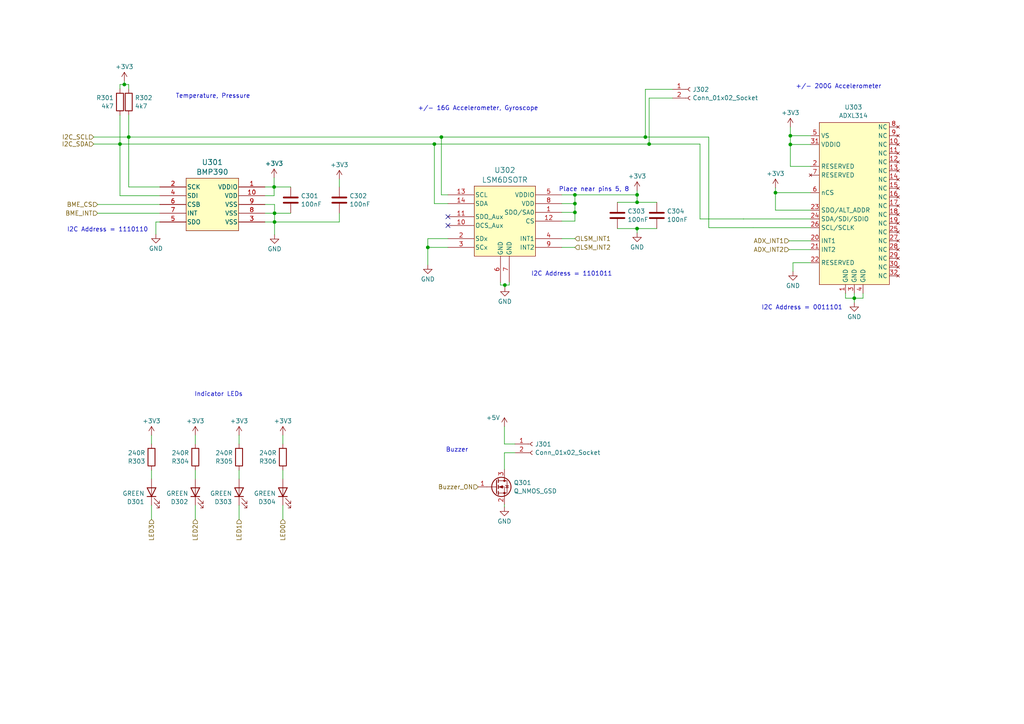
<source format=kicad_sch>
(kicad_sch (version 20231120) (generator "eeschema") (generator_version "8.0")
  (paper "A4")
  (title_block (title "Anduril-1 Flight Computer") (date "2024-02-22") (rev "V1.0") (company "UVic Rocketry"))
  (lib_symbols
    (symbol "ADXL314:ADXL314"
      (property "Reference" "U304" (at -0.254 1.9162 0))
      (property "Value" "ADXL314" (at -0.254 -0.508 0))
      (symbol "ADXL314_1_1"
        (rectangle (start -10.16 -2.54) (end 10.16 -49.53) (fill (type background)))
        (pin power_in line (at -2.54 -52.07 90) (length 2.54) (name "GND") (number "1"))
        (pin no_connect line (at 12.7 -8.89 180) (length 2.54) (name "NC") (number "10"))
        (pin no_connect line (at 12.7 -11.43 180) (length 2.54) (name "NC") (number "11"))
        (pin no_connect line (at 12.7 -13.97 180) (length 2.54) (name "NC") (number "12"))
        (pin no_connect line (at 12.7 -16.51 180) (length 2.54) (name "NC") (number "13"))
        (pin no_connect line (at 12.7 -19.05 180) (length 2.54) (name "NC") (number "14"))
        (pin no_connect line (at 12.7 -21.59 180) (length 2.54) (name "NC") (number "15"))
        (pin no_connect line (at 12.7 -24.13 180) (length 2.54) (name "NC") (number "16"))
        (pin no_connect line (at 12.7 -26.67 180) (length 2.54) (name "NC") (number "17"))
        (pin no_connect line (at 12.7 -29.21 180) (length 2.54) (name "NC") (number "18"))
        (pin no_connect line (at 12.7 -31.75 180) (length 2.54) (name "NC") (number "19"))
        (pin power_in line (at -12.7 -15.24 0) (length 2.54) (name "RESERVED") (number "2"))
        (pin output line (at -12.7 -36.83 0) (length 2.54) (name "INT1") (number "20"))
        (pin output line (at -12.7 -39.37 0) (length 2.54) (name "INT2") (number "21"))
        (pin power_in line (at -12.7 -43.18 0) (length 2.54) (name "RESERVED") (number "22"))
        (pin bidirectional line (at -12.7 -27.94 0) (length 2.54) (name "SDO/ALT_ADDR") (number "23"))
        (pin bidirectional line (at -12.7 -30.48 0) (length 2.54) (name "SDA/SDI/SDIO") (number "24"))
        (pin no_connect line (at 12.7 -34.29 180) (length 2.54) (name "NC") (number "25"))
        (pin input line (at -12.7 -33.02 0) (length 2.54) (name "SCL/SCLK") (number "26"))
        (pin no_connect line (at 12.7 -36.83 180) (length 2.54) (name "NC") (number "27"))
        (pin no_connect line (at 12.7 -39.37 180) (length 2.54) (name "NC") (number "28"))
        (pin no_connect line (at 12.7 -41.91 180) (length 2.54) (name "NC") (number "29"))
        (pin power_in line (at 0 -52.07 90) (length 2.54) (name "GND") (number "3"))
        (pin no_connect line (at 12.7 -44.45 180) (length 2.54) (name "NC") (number "30"))
        (pin power_in line (at -12.7 -8.89 0) (length 2.54) (name "VDDIO") (number "31"))
        (pin no_connect line (at 12.7 -46.99 180) (length 2.54) (name "NC") (number "32"))
        (pin power_in line (at 2.54 -52.07 90) (length 2.54) (name "GND") (number "4"))
        (pin power_in line (at -12.7 -6.35 0) (length 2.54) (name "VS") (number "5"))
        (pin bidirectional line (at -12.7 -22.86 0) (length 2.54) (name "nCS") (number "6"))
        (pin no_connect line (at -12.7 -17.78 0) (length 2.54) (name "RESERVED") (number "7"))
        (pin no_connect line (at 12.7 -3.81 180) (length 2.54) (name "NC") (number "8"))
        (pin no_connect line (at 12.7 -6.35 180) (length 2.54) (name "NC") (number "9"))
      )
    )
    (symbol "Connector:Conn_01x02_Socket" (pin_names (offset 1.016) hide)
      (property "Reference" "J" (at 0 2.54 0))
      (property "Value" "Conn_01x02_Socket" (at 0 -5.08 0))
      (symbol "Conn_01x02_Socket_1_1"
        (arc (start 0 -2.032) (mid -0.5058 -2.54) (end 0 -3.048) (stroke (width 0.1524)))
        (polyline (pts (xy -1.27 -2.54) (xy -0.508 -2.54)) (stroke (width 0.1524)))
        (polyline (pts (xy -1.27 0) (xy -0.508 0)) (stroke (width 0.1524)))
        (arc (start 0 0.508) (mid -0.5058 0) (end 0 -0.508) (stroke (width 0.1524)))
        (pin passive line (at -5.08 0 0) (length 3.81) (name "Pin_1") (number "1"))
        (pin passive line (at -5.08 -2.54 0) (length 3.81) (name "Pin_2") (number "2"))
      )
    )
    (symbol "Device:C" (pin_numbers hide) (pin_names (offset 0.254))
      (property "Reference" "C" (at 0.635 2.54 0))
      (property "Value" "C" (at 0.635 -2.54 0))
      (symbol "C_0_1"
        (polyline (pts (xy -2.032 -0.762) (xy 2.032 -0.762)) (stroke (width 0.508)))
        (polyline (pts (xy -2.032 0.762) (xy 2.032 0.762)) (stroke (width 0.508)))
      )
      (symbol "C_1_1"
        (pin passive line (at 0 3.81 270) (length 2.794) (name "~") (number "1"))
        (pin passive line (at 0 -3.81 90) (length 2.794) (name "~") (number "2"))
      )
    )
    (symbol "Device:LED" (pin_numbers hide) (pin_names (offset 1.016) hide)
      (property "Reference" "D" (at 0 2.54 0))
      (property "Value" "LED" (at 0 -2.54 0))
      (symbol "LED_0_1"
        (polyline (pts (xy -1.27 -1.27) (xy -1.27 1.27)) (stroke (width 0.254)))
        (polyline (pts (xy -1.27 0) (xy 1.27 0)))
        (polyline (pts (xy 1.27 -1.27) (xy 1.27 1.27) (xy -1.27 0) (xy 1.27 -1.27)) (stroke (width 0.254)))
        (polyline (pts (xy -3.048 -0.762) (xy -4.572 -2.286) (xy -3.81 -2.286) (xy -4.572 -2.286) (xy -4.572 -1.524)))
        (polyline (pts (xy -1.778 -0.762) (xy -3.302 -2.286) (xy -2.54 -2.286) (xy -3.302 -2.286) (xy -3.302 -1.524)))
      )
      (symbol "LED_1_1"
        (pin passive line (at -3.81 0 0) (length 2.54) (name "K") (number "1"))
        (pin passive line (at 3.81 0 180) (length 2.54) (name "A") (number "2"))
      )
    )
    (symbol "Device:Q_NMOS_GSD" (pin_names (offset 0) hide)
      (property "Reference" "Q" (at 5.08 1.27 0))
      (property "Value" "Q_NMOS_GSD" (at 5.08 -1.27 0))
      (symbol "Q_NMOS_GSD_0_1"
        (polyline (pts (xy 0.254 0) (xy -2.54 0)))
        (polyline (pts (xy 0.254 1.905) (xy 0.254 -1.905)) (stroke (width 0.254)))
        (polyline (pts (xy 0.762 -1.27) (xy 0.762 -2.286)) (stroke (width 0.254)))
        (polyline (pts (xy 0.762 0.508) (xy 0.762 -0.508)) (stroke (width 0.254)))
        (polyline (pts (xy 0.762 2.286) (xy 0.762 1.27)) (stroke (width 0.254)))
        (polyline (pts (xy 2.54 2.54) (xy 2.54 1.778)))
        (polyline (pts (xy 2.54 -2.54) (xy 2.54 0) (xy 0.762 0)))
        (polyline (pts (xy 0.762 -1.778) (xy 3.302 -1.778) (xy 3.302 1.778) (xy 0.762 1.778)))
        (polyline (pts (xy 1.016 0) (xy 2.032 0.381) (xy 2.032 -0.381) (xy 1.016 0)) (fill (type outline)))
        (polyline (pts (xy 2.794 0.508) (xy 2.921 0.381) (xy 3.683 0.381) (xy 3.81 0.254)))
        (polyline (pts (xy 3.302 0.381) (xy 2.921 -0.254) (xy 3.683 -0.254) (xy 3.302 0.381)))
        (circle (center 1.651 0) (radius 2.794) (stroke (width 0.254)))
        (circle (center 2.54 -1.778) (radius 0.254) (fill (type outline)))
        (circle (center 2.54 1.778) (radius 0.254) (fill (type outline)))
      )
      (symbol "Q_NMOS_GSD_1_1"
        (pin input line (at -5.08 0 0) (length 2.54) (name "G") (number "1"))
        (pin passive line (at 2.54 -5.08 90) (length 2.54) (name "S") (number "2"))
        (pin passive line (at 2.54 5.08 270) (length 2.54) (name "D") (number "3"))
      )
    )
    (symbol "Device:R" (pin_numbers hide) (pin_names (offset 0))
      (property "Reference" "R" (at 2.032 0 90))
      (property "Value" "R" (at 0 0 90))
      (symbol "R_0_1"
        (rectangle (start -1.016 -2.54) (end 1.016 2.54) (stroke (width 0.254)))
      )
      (symbol "R_1_1"
        (pin passive line (at 0 3.81 270) (length 1.27) (name "~") (number "1"))
        (pin passive line (at 0 -3.81 90) (length 1.27) (name "~") (number "2"))
      )
    )
    (symbol "LSM6DSOTR:LSM6DSOTR" (pin_names (offset 0.254))
      (property "Reference" "U303" (at 16.51 7.1702 0))
      (property "Value" "LSM6DSOTR" (at 16.51 4.3374 0))
      (symbol "LSM6DSOTR_0_1"
        (pin bidirectional line (at 0 -8.89 0) (length 7.62) (name "OCS_Aux") (number "10"))
        (pin bidirectional line (at 0 -6.35 0) (length 7.62) (name "SDO_Aux") (number "11"))
        (pin input line (at 33.02 -7.62 180) (length 7.62) (name "CS") (number "12"))
        (pin input line (at 0 0 0) (length 7.62) (name "SCL") (number "13"))
        (pin bidirectional line (at 0 -2.54 0) (length 7.62) (name "SDA") (number "14"))
        (pin output line (at 33.02 -12.7 180) (length 7.62) (name "INT1") (number "4"))
        (pin power_in line (at 33.02 0 180) (length 7.62) (name "VDDIO") (number "5"))
        (pin power_in line (at 33.02 -2.54 180) (length 7.62) (name "VDD") (number "8"))
        (pin output line (at 33.02 -15.24 180) (length 7.62) (name "INT2") (number "9"))
      )
      (symbol "LSM6DSOTR_1_1"
        (rectangle (start 7.62 2.54) (end 25.4 -17.78) (fill (type background)))
        (pin passive line (at 33.02 -5.08 180) (length 7.62) (name "SDO/SA0") (number "1"))
        (pin passive line (at 0 -12.7 0) (length 7.62) (name "SDx") (number "2"))
        (pin passive line (at 0 -15.24 0) (length 7.62) (name "SCx") (number "3"))
        (pin passive line (at 15.24 -25.4 90) (length 7.62) (name "GND") (number "6"))
        (pin passive line (at 17.78 -25.4 90) (length 7.62) (name "GND") (number "7"))
      )
    )
    (symbol "bmp390:BMP390" (pin_names (offset 0.254))
      (property "Reference" "U302" (at 15.24 7.1702 0))
      (property "Value" "BMP390" (at 15.24 4.3374 0))
      (symbol "BMP390_0_1"
        (pin power_in line (at 30.48 0 180) (length 7.62) (name "VDDIO") (number "1"))
        (pin power_in line (at 30.48 -2.54 180) (length 7.62) (name "VDD") (number "10"))
        (pin input line (at 0 0 0) (length 7.62) (name "SCK") (number "2"))
        (pin bidirectional line (at 0 -2.54 0) (length 7.62) (name "SDI") (number "4"))
        (pin bidirectional line (at 0 -10.16 0) (length 7.62) (name "SDO") (number "5"))
        (pin input line (at 0 -5.08 0) (length 7.62) (name "CSB") (number "6"))
        (pin input line (at 0 -7.62 0) (length 7.62) (name "INT") (number "7"))
      )
      (symbol "BMP390_1_1"
        (rectangle (start 7.62 2.54) (end 22.86 -12.7) (fill (type background)))
        (pin passive line (at 30.48 -10.16 180) (length 7.62) (name "VSS") (number "3"))
        (pin passive line (at 30.48 -7.62 180) (length 7.62) (name "VSS") (number "8"))
        (pin passive line (at 30.48 -5.08 180) (length 7.62) (name "VSS") (number "9"))
      )
    )
    (symbol "power:+3V3" (power) (pin_names (offset 0))
      (property "Value" "+3V3" (at 0 3.556 0))
      (symbol "+3V3_0_1"
        (polyline (pts (xy -0.762 1.27) (xy 0 2.54)))
        (polyline (pts (xy 0 0) (xy 0 2.54)))
        (polyline (pts (xy 0 2.54) (xy 0.762 1.27)))
      )
      (symbol "+3V3_1_1"
        (pin power_in line (at 0 0 90) (length 0) hide (name "+3V3") (number "1"))
      )
    )
    (symbol "power:+5V" (power) (pin_names (offset 0))
      (property "Value" "+5V" (at 0 3.556 0))
      (symbol "+5V_0_1"
        (polyline (pts (xy -0.762 1.27) (xy 0 2.54)))
        (polyline (pts (xy 0 0) (xy 0 2.54)))
        (polyline (pts (xy 0 2.54) (xy 0.762 1.27)))
      )
      (symbol "+5V_1_1"
        (pin power_in line (at 0 0 90) (length 0) hide (name "+5V") (number "1"))
      )
    )
    (symbol "power:GND" (power) (pin_names (offset 0))
      (property "Value" "GND" (at 0 -3.81 0))
      (symbol "GND_0_1"
        (polyline (pts (xy 0 0) (xy 0 -1.27) (xy 1.27 -1.27) (xy 0 -2.54) (xy -1.27 -1.27) (xy 0 -1.27)))
      )
      (symbol "GND_1_1"
        (pin power_in line (at 0 0 270) (length 0) hide (name "GND") (number "1"))
      )
    )
  )
  (junction (at 36.068 24.511))
  (junction (at 184.785 58.674))
  (junction (at 184.7756 66.294))
  (junction (at 229.235 41.91))
  (junction (at 128.016 39.754))
  (junction (at 125.984 41.786))
  (junction (at 124.079 71.755))
  (junction (at 184.785 56.515))
  (junction (at 79.629 64.389))
  (junction (at 37.338 39.751))
  (junction (at 187.1897 39.754))
  (junction (at 224.917 55.88))
  (junction (at 79.502 54.229))
  (junction (at 166.751 59.055))
  (junction (at 79.629 61.849))
  (junction (at 229.235 39.37))
  (junction (at 146.431 82.677))
  (junction (at 166.751 56.515))
  (junction (at 34.798 41.783))
  (junction (at 188.2766 41.786))
  (junction (at 166.751 61.595))
  (junction (at 247.777 86.487))
  (no_connect (at 129.921 65.405))
  (no_connect (at 129.921 62.865))
  (wire (pts (xy 195.072 25.908) (xy 187.1897 25.908)))
  (wire (pts (xy 215.646 63.503) (xy 215.646 63.5)))
  (wire (pts (xy 184.7756 66.294) (xy 190.5 66.294)))
  (wire (pts (xy 34.798 41.783) (xy 27.178 41.783)))
  (wire (pts (xy 82.042 146.558) (xy 82.042 150.622)))
  (wire (pts (xy 147.701 82.677) (xy 147.701 81.915)))
  (wire (pts (xy 46.355 64.389) (xy 45.212 64.389)))
  (wire (pts (xy 82.042 126.238) (xy 82.042 128.778)))
  (wire (pts (xy 34.798 24.511) (xy 36.068 24.511)))
  (wire (pts (xy 56.642 126.238) (xy 56.642 128.778)))
  (wire (pts (xy 79.629 64.389) (xy 79.629 68.072)))
  (wire (pts (xy 36.068 23.495) (xy 36.068 24.511)))
  (wire (pts (xy 79.629 64.389) (xy 98.425 64.389)))
  (wire (pts (xy 37.338 24.511) (xy 37.338 25.781)))
  (wire (pts (xy 224.917 55.88) (xy 235.077 55.88)))
  (wire (pts (xy 43.942 126.238) (xy 43.942 128.778)))
  (wire (pts (xy 146.431 82.677) (xy 147.701 82.677)))
  (wire (pts (xy 37.338 33.401) (xy 37.338 39.751)))
  (wire (pts (xy 125.984 41.786) (xy 125.984 59.055)))
  (wire (pts (xy 79.502 51.562) (xy 79.502 54.229)))
  (wire (pts (xy 162.941 56.515) (xy 166.751 56.515)))
  (wire (pts (xy 228.854 69.85) (xy 235.077 69.85)))
  (wire (pts (xy 76.835 61.849) (xy 79.629 61.849)))
  (wire (pts (xy 76.835 59.309) (xy 79.629 59.309)))
  (wire (pts (xy 162.941 59.055) (xy 166.751 59.055)))
  (wire (pts (xy 128.016 39.754) (xy 187.1897 39.754)))
  (wire (pts (xy 145.161 81.915) (xy 145.161 82.677)))
  (wire (pts (xy 56.642 146.558) (xy 56.642 150.622)))
  (wire (pts (xy 45.212 64.389) (xy 45.212 67.945)))
  (wire (pts (xy 98.425 61.849) (xy 98.425 64.389)))
  (wire (pts (xy 184.785 55.245) (xy 184.785 56.515)))
  (wire (pts (xy 229.235 39.37) (xy 229.235 41.91)))
  (wire (pts (xy 124.079 71.755) (xy 124.079 76.835)))
  (wire (pts (xy 28.321 59.309) (xy 46.355 59.309)))
  (wire (pts (xy 146.304 128.778) (xy 149.352 128.778)))
  (wire (pts (xy 224.917 54.483) (xy 224.917 55.88)))
  (wire (pts (xy 235.077 76.2) (xy 229.997 76.2)))
  (wire (pts (xy 69.342 126.238) (xy 69.342 128.778)))
  (wire (pts (xy 28.321 61.849) (xy 46.355 61.849)))
  (wire (pts (xy 36.068 24.511) (xy 37.338 24.511)))
  (wire (pts (xy 229.997 76.2) (xy 229.997 78.74)))
  (wire (pts (xy 250.317 86.487) (xy 250.317 85.09)))
  (wire (pts (xy 79.629 61.849) (xy 84.328 61.849)))
  (wire (pts (xy 125.984 41.786) (xy 188.2766 41.786)))
  (wire (pts (xy 125.984 59.055) (xy 129.921 59.055)))
  (wire (pts (xy 27.178 39.751) (xy 37.338 39.751)))
  (wire (pts (xy 129.921 71.755) (xy 124.079 71.755)))
  (wire (pts (xy 166.751 64.135) (xy 162.941 64.135)))
  (wire (pts (xy 247.777 85.09) (xy 247.777 86.487)))
  (wire (pts (xy 179.07 58.674) (xy 184.785 58.674)))
  (wire (pts (xy 69.342 138.938) (xy 69.342 136.398)))
  (wire (pts (xy 76.835 54.229) (xy 79.502 54.229)))
  (wire (pts (xy 146.304 123.698) (xy 146.304 128.778)))
  (wire (pts (xy 69.342 146.558) (xy 69.342 150.622)))
  (wire (pts (xy 79.629 59.309) (xy 79.629 61.849)))
  (wire (pts (xy 145.161 82.677) (xy 146.431 82.677)))
  (wire (pts (xy 34.798 41.783) (xy 125.984 41.783)))
  (wire (pts (xy 79.629 61.849) (xy 79.629 64.389)))
  (wire (pts (xy 215.646 63.5) (xy 235.077 63.5)))
  (wire (pts (xy 146.431 82.677) (xy 146.431 83.312)))
  (wire (pts (xy 98.425 51.943) (xy 98.425 54.229)))
  (wire (pts (xy 179.07 66.294) (xy 184.7756 66.294)))
  (wire (pts (xy 205.5722 39.754) (xy 205.5722 66.043)))
  (wire (pts (xy 247.777 86.487) (xy 250.317 86.487)))
  (wire (pts (xy 166.751 59.055) (xy 166.751 61.595)))
  (wire (pts (xy 146.304 131.318) (xy 149.352 131.318)))
  (wire (pts (xy 79.502 56.769) (xy 79.502 54.229)))
  (wire (pts (xy 187.1897 39.754) (xy 205.5722 39.754)))
  (wire (pts (xy 184.7756 66.294) (xy 184.785 67.564)))
  (wire (pts (xy 146.304 131.318) (xy 146.304 136.144)))
  (wire (pts (xy 76.835 56.769) (xy 79.502 56.769)))
  (wire (pts (xy 56.642 138.938) (xy 56.642 136.398)))
  (wire (pts (xy 128.016 39.751) (xy 128.016 39.754)))
  (wire (pts (xy 195.072 28.448) (xy 188.2766 28.448)))
  (wire (pts (xy 37.338 39.751) (xy 37.338 54.229)))
  (wire (pts (xy 37.338 39.751) (xy 128.016 39.751)))
  (wire (pts (xy 34.798 56.769) (xy 46.355 56.769)))
  (wire (pts (xy 229.235 41.91) (xy 235.077 41.91)))
  (wire (pts (xy 162.941 71.755) (xy 166.751 71.755)))
  (wire (pts (xy 229.235 36.83) (xy 229.235 39.37)))
  (wire (pts (xy 82.042 138.938) (xy 82.042 136.398)))
  (wire (pts (xy 34.798 41.783) (xy 34.798 56.769)))
  (wire (pts (xy 203.0322 63.503) (xy 215.646 63.503)))
  (wire (pts (xy 146.304 146.304) (xy 146.304 147.066)))
  (wire (pts (xy 205.5722 66.043) (xy 218.44 66.043)))
  (wire (pts (xy 162.941 61.595) (xy 166.751 61.595)))
  (wire (pts (xy 188.2766 41.786) (xy 203.0322 41.786)))
  (wire (pts (xy 218.44 66.04) (xy 235.077 66.04)))
  (wire (pts (xy 203.0322 41.786) (xy 203.0322 63.503)))
  (wire (pts (xy 184.785 58.674) (xy 190.5 58.674)))
  (wire (pts (xy 129.921 69.215) (xy 124.079 69.215)))
  (wire (pts (xy 166.751 56.515) (xy 166.751 59.055)))
  (wire (pts (xy 34.798 25.781) (xy 34.798 24.511)))
  (wire (pts (xy 247.777 86.487) (xy 247.777 87.757)))
  (wire (pts (xy 43.942 146.558) (xy 43.942 150.622)))
  (wire (pts (xy 125.984 41.783) (xy 125.984 41.786)))
  (wire (pts (xy 34.798 33.401) (xy 34.798 41.783)))
  (wire (pts (xy 79.502 54.229) (xy 84.328 54.229)))
  (wire (pts (xy 229.235 41.91) (xy 229.235 48.26)))
  (wire (pts (xy 224.917 60.96) (xy 224.917 55.88)))
  (wire (pts (xy 229.235 48.26) (xy 235.077 48.26)))
  (wire (pts (xy 245.237 86.487) (xy 247.777 86.487)))
  (wire (pts (xy 166.751 61.595) (xy 166.751 64.135)))
  (wire (pts (xy 162.941 69.215) (xy 166.751 69.215)))
  (wire (pts (xy 37.338 54.229) (xy 46.355 54.229)))
  (wire (pts (xy 76.835 64.389) (xy 79.629 64.389)))
  (wire (pts (xy 218.44 66.043) (xy 218.44 66.04)))
  (wire (pts (xy 187.1897 25.908) (xy 187.1897 39.754)))
  (wire (pts (xy 184.785 56.515) (xy 184.785 58.674)))
  (wire (pts (xy 235.077 60.96) (xy 224.917 60.96)))
  (wire (pts (xy 128.016 39.754) (xy 128.016 56.515)))
  (wire (pts (xy 43.942 138.938) (xy 43.942 136.398)))
  (wire (pts (xy 229.235 39.37) (xy 235.077 39.37)))
  (wire (pts (xy 188.2766 28.448) (xy 188.2766 41.786)))
  (wire (pts (xy 228.854 72.39) (xy 235.077 72.39)))
  (wire (pts (xy 166.751 56.515) (xy 184.785 56.515)))
  (wire (pts (xy 129.921 56.515) (xy 128.016 56.515)))
  (wire (pts (xy 245.237 85.09) (xy 245.237 86.487)))
  (wire (pts (xy 124.079 69.215) (xy 124.079 71.755)))
  (text "Indicator LEDs" (at 56.388 115.189 0) (effects (font (size 1.27 1.27)) (justify left bottom)))
  (text "+/- 200G Accelerometer" (at 230.759 25.908 0) (effects (font (size 1.27 1.27)) (justify left bottom)))
  (text "I2C Address = 1110110" (at 19.431 67.437 0) (effects (font (size 1.27 1.27)) (justify left bottom)))
  (text "Temperature, Pressure" (at 50.927 28.702 0) (effects (font (size 1.27 1.27)) (justify left bottom)))
  (text "Place near pins 5, 8" (at 162.052 55.753 0) (effects (font (size 1.27 1.27)) (justify left bottom)))
  (text "Buzzer" (at 129.286 131.318 0) (effects (font (size 1.27 1.27)) (justify left bottom)))
  (text "I2C Address = 1101011" (at 154.051 80.264 0) (effects (font (size 1.27 1.27)) (justify left bottom)))
  (text "I2C Address = 0011101" (at 220.853 90.043 0) (effects (font (size 1.27 1.27)) (justify left bottom)))
  (text "+/- 16G Accelerometer, Gyroscope" (at 121.158 32.258 0) (effects (font (size 1.27 1.27)) (justify left bottom)))
  (hierarchical_label "Buzzer_ON" (shape input) (at 138.684 141.224 180))
  (hierarchical_label "BME_CS" (shape input) (at 28.321 59.309 180))
  (hierarchical_label "LED3" (shape input) (at 43.942 150.622 270))
  (hierarchical_label "LSM_INT2" (shape input) (at 166.751 71.755 0))
  (hierarchical_label "LED2" (shape input) (at 56.642 150.622 270))
  (hierarchical_label "LED1" (shape input) (at 69.342 150.622 270))
  (hierarchical_label "ADX_INT2" (shape input) (at 228.854 72.39 180))
  (hierarchical_label "I2C_SDA" (shape input) (at 27.178 41.783 180))
  (hierarchical_label "LED0" (shape input) (at 82.042 150.622 270))
  (hierarchical_label "BME_INT" (shape input) (at 28.321 61.849 180))
  (hierarchical_label "ADX_INT1" (shape input) (at 228.854 69.85 180))
  (hierarchical_label "LSM_INT1" (shape input) (at 166.751 69.215 0))
  (hierarchical_label "I2C_SCL" (shape input) (at 27.178 39.751 180))
  (symbol (lib_id "Device:Q_NMOS_GSD") (at 143.764 141.224 0) (unit 1)
    (property "Reference" "Q301" (at 148.971 140.0118 0) (effects (justify left)))
    (property "Value" "Q_NMOS_GSD" (at 148.971 142.4361 0) (effects (justify left)))
    (property "Footprint" "Package_TO_SOT_SMD:SOT-23" (effects (hide yes)))
    (property "Description" "SI2342DS-T1-GE3CT-ND" (effects (hide yes)))
    (property "DK_Number" "SI2342DS-T1-GE3CT-ND" (effects (hide yes)))
  )
  (symbol (lib_id "power:+3V3") (at 229.235 36.83 0) (unit 1)
    (property "Reference" "#PWR0317" (effects (hide yes)))
    (property "Value" "+3V3" (at 229.235 32.6969 0))
  )
  (symbol (lib_id "power:+3V3") (at 79.502 51.562 0) (unit 1)
    (property "Reference" "#PWR0306" (effects (hide yes)))
    (property "Value" "+3V3" (at 79.502 47.4289 0))
  )
  (symbol (lib_id "Device:LED") (at 43.942 142.748 90) (unit 1)
    (property "Reference" "D301" (at 41.91 145.5476 90) (effects (justify left)))
    (property "Value" "GREEN" (at 41.91 143.1234 90) (effects (justify left)))
    (property "Footprint" "LED_SMD:LED_1206_3216Metric" (effects (hide yes)))
    (property "Description" "Green 1206" (effects (hide yes)))
    (property "DK_Number" "732-4993-1-ND" (effects (hide yes)))
  )
  (symbol (lib_id "power:GND") (at 247.777 87.757 0) (unit 1)
    (property "Reference" "#PWR0319" (effects (hide yes)))
    (property "Value" "GND" (at 247.777 91.8901 0))
  )
  (symbol (lib_id "LSM6DSOTR:LSM6DSOTR") (at 129.921 56.515 0) (unit 1)
    (property "Reference" "U302" (at 146.431 49.3448 0) (effects (font (size 1.524 1.524))))
    (property "Value" "LSM6DSOTR" (at 146.431 52.1776 0) (effects (font (size 1.524 1.524))))
    (property "Footprint" "LGA-14L_2P5X3X0P86_STM" (effects (hide yes)))
    (property "Datasheet" "LSM6DSOTR" (effects (hide yes)))
    (property "DK_Number" "497-18181-1-ND" (effects (hide yes)))
  )
  (symbol (lib_id "power:+3V3") (at 56.642 126.238 0) (unit 1)
    (property "Reference" "#PWR0304" (effects (hide yes)))
    (property "Value" "+3V3" (at 56.642 122.1049 0))
  )
  (symbol (lib_id "power:+3V3") (at 69.342 126.238 0) (unit 1)
    (property "Reference" "#PWR0305" (effects (hide yes)))
    (property "Value" "+3V3" (at 69.342 122.1049 0))
  )
  (symbol (lib_id "power:GND") (at 184.785 67.564 0) (unit 1)
    (property "Reference" "#PWR0315" (effects (hide yes)))
    (property "Value" "GND" (at 184.785 71.6971 0))
  )
  (symbol (lib_id "Device:LED") (at 69.342 142.748 90) (unit 1)
    (property "Reference" "D303" (at 67.31 145.5476 90) (effects (justify left)))
    (property "Value" "GREEN" (at 67.31 143.1234 90) (effects (justify left)))
    (property "Footprint" "LED_SMD:LED_1206_3216Metric" (effects (hide yes)))
    (property "Description" "Green 1206" (effects (hide yes)))
    (property "DK_Number" "732-4993-1-ND" (effects (hide yes)))
  )
  (symbol (lib_id "Connector:Conn_01x02_Socket") (at 154.432 128.778 0) (unit 1)
    (property "Reference" "J301" (at 155.1432 128.8359 0) (effects (justify left)))
    (property "Value" "Conn_01x02_Socket" (at 155.1432 131.2601 0) (effects (justify left)))
    (property "Footprint" "Connector_PinSocket_2.54mm:PinSocket_1x02_P2.54mm_Vertical" (effects (hide yes)))
    (property "Description" "Socket 1x2 2.54" (effects (hide yes)))
  )
  (symbol (lib_id "Device:R") (at 37.338 29.591 0) (unit 1)
    (property "Reference" "R302" (at 39.116 28.3789 0) (effects (justify left)))
    (property "Value" "4k7" (at 39.116 30.8031 0) (effects (justify left)))
    (property "Footprint" "Resistor_SMD:R_0603_1608Metric_Pad0.98x0.95mm_HandSolder" (effects (hide yes)))
    (property "Description" "4.7k 0603" (effects (hide yes)))
    (property "DK_Number" "311-4.70KHRCT-ND" (effects (hide yes)))
  )
  (symbol (lib_id "Device:LED") (at 82.042 142.748 90) (unit 1)
    (property "Reference" "D304" (at 80.01 145.5476 90) (effects (justify left)))
    (property "Value" "GREEN" (at 80.01 143.1234 90) (effects (justify left)))
    (property "Footprint" "LED_SMD:LED_1206_3216Metric" (effects (hide yes)))
    (property "Description" "Green 1206" (effects (hide yes)))
    (property "DK_Number" "732-4993-1-ND" (effects (hide yes)))
  )
  (symbol (lib_id "Device:R") (at 34.798 29.591 0) (mirror y) (unit 1)
    (property "Reference" "R301" (at 33.02 28.3789 0) (effects (justify left)))
    (property "Value" "4k7" (at 33.02 30.8031 0) (effects (justify left)))
    (property "Footprint" "Resistor_SMD:R_0603_1608Metric_Pad0.98x0.95mm_HandSolder" (effects (hide yes)))
    (property "Description" "4.7k 0603" (effects (hide yes)))
    (property "DK_Number" "311-4.70KHRCT-ND" (effects (hide yes)))
  )
  (symbol (lib_id "power:GND") (at 45.212 67.945 0) (unit 1)
    (property "Reference" "#PWR0303" (effects (hide yes)))
    (property "Value" "GND" (at 45.212 72.0781 0))
  )
  (symbol (lib_id "power:GND") (at 79.629 68.072 0) (unit 1)
    (property "Reference" "#PWR0307" (effects (hide yes)))
    (property "Value" "GND" (at 79.629 72.2051 0))
  )
  (symbol (lib_id "bmp390:BMP390") (at 46.355 54.229 0) (unit 1)
    (property "Reference" "U301" (at 61.595 47.0588 0) (effects (font (size 1.524 1.524))))
    (property "Value" "BMP390" (at 61.595 49.8916 0) (effects (font (size 1.524 1.524))))
    (property "Footprint" "LGA10_BMP390_BOS" (effects (hide yes)))
    (property "Datasheet" "BMP390" (effects (hide yes)))
    (property "DK_Number" "828-BMP390CT-ND" (effects (hide yes)))
  )
  (symbol (lib_id "Device:C") (at 190.5 62.484 0) (unit 1)
    (property "Reference" "C304" (at 193.421 61.2719 0) (effects (justify left)))
    (property "Value" "100nF" (at 193.421 63.6961 0) (effects (justify left)))
    (property "Footprint" "Capacitor_SMD:C_0603_1608Metric_Pad1.08x0.95mm_HandSolder" (effects (hide yes)))
    (property "Description" "100nF 0603" (effects (hide yes)))
    (property "DK_Number" "311-1088-1-ND" (effects (hide yes)))
  )
  (symbol (lib_id "power:+3V3") (at 43.942 126.238 0) (unit 1)
    (property "Reference" "#PWR0302" (effects (hide yes)))
    (property "Value" "+3V3" (at 43.942 122.1049 0))
  )
  (symbol (lib_id "power:+3V3") (at 98.425 51.943 0) (unit 1)
    (property "Reference" "#PWR0309" (effects (hide yes)))
    (property "Value" "+3V3" (at 98.425 47.8099 0))
  )
  (symbol (lib_id "Device:LED") (at 56.642 142.748 90) (unit 1)
    (property "Reference" "D302" (at 54.61 145.5476 90) (effects (justify left)))
    (property "Value" "GREEN" (at 54.61 143.1234 90) (effects (justify left)))
    (property "Footprint" "LED_SMD:LED_1206_3216Metric" (effects (hide yes)))
    (property "Description" "Green 1206" (effects (hide yes)))
    (property "DK_Number" "732-4993-1-ND" (effects (hide yes)))
  )
  (symbol (lib_id "Device:R") (at 43.942 132.588 180) (unit 1)
    (property "Reference" "R303" (at 42.164 133.8001 0) (effects (justify left)))
    (property "Value" "240R" (at 42.164 131.3759 0) (effects (justify left)))
    (property "Footprint" "Resistor_SMD:R_0603_1608Metric_Pad0.98x0.95mm_HandSolder" (effects (hide yes)))
    (property "Description" "240R 0603" (effects (hide yes)))
    (property "DK_Number" "YAG3582CT-ND" (effects (hide yes)))
  )
  (symbol (lib_id "power:GND") (at 146.304 147.066 0) (unit 1)
    (property "Reference" "#PWR0312" (effects (hide yes)))
    (property "Value" "GND" (at 146.304 151.1991 0))
  )
  (symbol (lib_id "Device:R") (at 82.042 132.588 180) (unit 1)
    (property "Reference" "R306" (at 80.264 133.8001 0) (effects (justify left)))
    (property "Value" "240R" (at 80.264 131.3759 0) (effects (justify left)))
    (property "Footprint" "Resistor_SMD:R_0603_1608Metric_Pad0.98x0.95mm_HandSolder" (effects (hide yes)))
    (property "Description" "240R 0603" (effects (hide yes)))
    (property "DK_Number" "YAG3582CT-ND" (effects (hide yes)))
  )
  (symbol (lib_id "power:+3V3") (at 82.042 126.238 0) (unit 1)
    (property "Reference" "#PWR0308" (effects (hide yes)))
    (property "Value" "+3V3" (at 82.042 122.1049 0))
  )
  (symbol (lib_id "Device:R") (at 69.342 132.588 180) (unit 1)
    (property "Reference" "R305" (at 67.564 133.8001 0) (effects (justify left)))
    (property "Value" "240R" (at 67.564 131.3759 0) (effects (justify left)))
    (property "Footprint" "Resistor_SMD:R_0603_1608Metric_Pad0.98x0.95mm_HandSolder" (effects (hide yes)))
    (property "Description" "240R 0603" (effects (hide yes)))
    (property "DK_Number" "YAG3582CT-ND" (effects (hide yes)))
  )
  (symbol (lib_id "power:GND") (at 229.997 78.74 0) (unit 1)
    (property "Reference" "#PWR0318" (effects (hide yes)))
    (property "Value" "GND" (at 229.997 82.8731 0))
  )
  (symbol (lib_id "power:GND") (at 146.431 83.312 0) (unit 1)
    (property "Reference" "#PWR0313" (effects (hide yes)))
    (property "Value" "GND" (at 146.431 87.4451 0))
  )
  (symbol (lib_id "power:+3V3") (at 184.785 55.245 0) (unit 1)
    (property "Reference" "#PWR0314" (effects (hide yes)))
    (property "Value" "+3V3" (at 184.785 51.1119 0))
  )
  (symbol (lib_id "Device:C") (at 179.07 62.484 0) (unit 1)
    (property "Reference" "C303" (at 181.991 61.2719 0) (effects (justify left)))
    (property "Value" "100nF" (at 181.991 63.6961 0) (effects (justify left)))
    (property "Footprint" "Capacitor_SMD:C_0603_1608Metric_Pad1.08x0.95mm_HandSolder" (effects (hide yes)))
    (property "Description" "100nF 0603" (effects (hide yes)))
    (property "DK_Number" "311-1088-1-ND" (effects (hide yes)))
  )
  (symbol (lib_id "power:+5V") (at 146.304 123.698 0) (unit 1)
    (property "Reference" "#PWR0311" (effects (hide yes)))
    (property "Value" "+5V" (at 143.002 121.158 0))
  )
  (symbol (lib_id "Device:C") (at 84.328 58.039 0) (unit 1)
    (property "Reference" "C301" (at 87.249 56.8269 0) (effects (justify left)))
    (property "Value" "100nF" (at 87.249 59.2511 0) (effects (justify left)))
    (property "Footprint" "Capacitor_SMD:C_0603_1608Metric_Pad1.08x0.95mm_HandSolder" (effects (hide yes)))
    (property "Description" "100nF 0603" (effects (hide yes)))
    (property "DK_Number" "311-1088-1-ND" (effects (hide yes)))
  )
  (symbol (lib_id "ADXL314:ADXL314") (at 247.777 33.02 0) (unit 1)
    (property "Reference" "U303" (at 247.523 31.1038 0))
    (property "Value" "ADXL314" (at 247.523 33.528 0))
    (property "Footprint" "Package_CSP:LFCSP-32-1EP_5x5mm_P0.5mm_EP3.6x3.6mm" (effects (hide yes)))
    (property "DK_Number" "505-ADXL314WBCPZ-RLCT-ND" (effects (hide yes)))
  )
  (symbol (lib_id "Device:C") (at 98.425 58.039 0) (unit 1)
    (property "Reference" "C302" (at 101.346 56.8269 0) (effects (justify left)))
    (property "Value" "100nF" (at 101.346 59.2511 0) (effects (justify left)))
    (property "Footprint" "Capacitor_SMD:C_0603_1608Metric_Pad1.08x0.95mm_HandSolder" (effects (hide yes)))
    (property "Description" "100nF 0603" (effects (hide yes)))
    (property "DK_Number" "311-1088-1-ND" (effects (hide yes)))
  )
  (symbol (lib_id "power:+3V3") (at 224.917 54.483 0) (unit 1)
    (property "Reference" "#PWR0316" (effects (hide yes)))
    (property "Value" "+3V3" (at 224.917 50.3499 0))
  )
  (symbol (lib_id "Connector:Conn_01x02_Socket") (at 200.152 25.908 0) (unit 1)
    (property "Reference" "J302" (at 200.8632 25.9659 0) (effects (justify left)))
    (property "Value" "Conn_01x02_Socket" (at 200.8632 28.3901 0) (effects (justify left)))
    (property "Footprint" "Connector_PinSocket_2.54mm:PinSocket_1x02_P2.54mm_Vertical" (effects (hide yes)))
    (property "Description" "Socket 1x2 2.54" (effects (hide yes)))
  )
  (symbol (lib_id "power:+3V3") (at 36.068 23.495 0) (unit 1)
    (property "Reference" "#PWR0301" (effects (hide yes)))
    (property "Value" "+3V3" (at 36.068 19.3619 0))
  )
  (symbol (lib_id "power:GND") (at 124.079 76.835 0) (mirror y) (unit 1)
    (property "Reference" "#PWR0310" (effects (hide yes)))
    (property "Value" "GND" (at 124.079 80.9681 0))
  )
  (symbol (lib_id "Device:R") (at 56.642 132.588 180) (unit 1)
    (property "Reference" "R304" (at 54.864 133.8001 0) (effects (justify left)))
    (property "Value" "240R" (at 54.864 131.3759 0) (effects (justify left)))
    (property "Footprint" "Resistor_SMD:R_0603_1608Metric_Pad0.98x0.95mm_HandSolder" (effects (hide yes)))
    (property "Description" "240R 0603" (effects (hide yes)))
    (property "DK_Number" "YAG3582CT-ND" (effects (hide yes)))
  )
)
</source>
